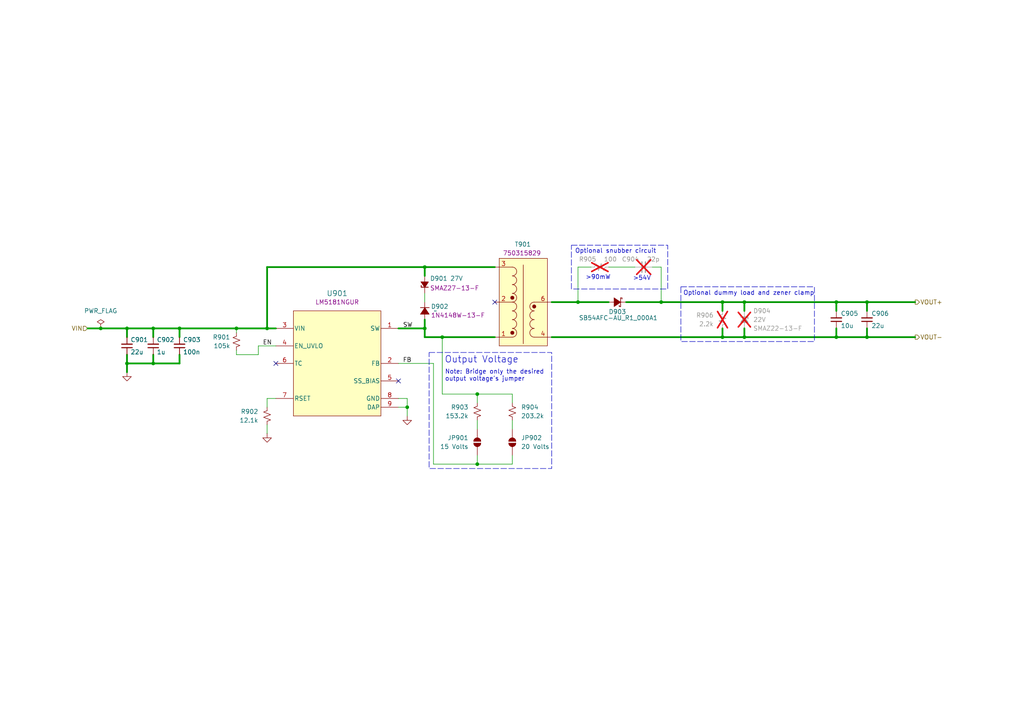
<source format=kicad_sch>
(kicad_sch (version 20250114) (generator "eeschema") (generator_version "9.0")
  (paper "A4")
  (lib_symbols
    (symbol "1N4148W-13-F:1N4148W-13-F" (pin_numbers (hide yes)) (pin_names (hide yes))
      (property "Reference" "D" (at 2.54 4.826 0))
      (property "MPN" "1N4148W-13-F" (at 2.794 2.794 0))
      (symbol "1N4148W-13-F_0_1"
        (polyline (pts (xy 1.27 0) (xy 3.81 0)))
        (polyline (pts (xy 1.5767 1.2444) (xy 1.5767 -1.2956) (xy 3.4817 -0.0256) (xy 1.5767 1.2444)) (fill (type outline)))
        (polyline (pts (xy 3.4817 -1.2956) (xy 3.4817 1.2444)) (stroke (width 0.2032)))
      )
      (symbol "1N4148W-13-F_1_1"
        (pin passive line (at 0 0 0) (length 1.27) (name "") (number "2"))
        (pin passive line (at 5.08 0 180) (length 1.27) (name "") (number "1"))
      )
    )
    (symbol "750315829:750315829"
      (property "Reference" "T" (at 7.112 5.842 0))
      (property "MPN" "750315829" (at 7.112 3.81 0))
      (symbol "750315829_0_1"
        (rectangle (start 0 2.54) (end 13.97 -22.86) (fill (type background)))
        (arc (start 3.81 0) (mid 5.08 -1.27) (end 3.81 -2.54))
        (arc (start 3.81 -2.54) (mid 5.08 -3.81) (end 3.81 -5.08))
        (arc (start 3.81 -5.08) (mid 5.08 -6.35) (end 3.81 -7.62))
        (arc (start 3.81 -7.62) (mid 5.08 -8.89) (end 3.81 -10.16))
        (arc (start 3.81 -10.16) (mid 5.08 -11.43) (end 3.81 -12.7))
        (arc (start 3.81 -12.7) (mid 5.08 -13.97) (end 3.81 -15.24))
        (arc (start 3.81 -15.24) (mid 5.08 -16.51) (end 3.81 -17.78))
        (arc (start 3.81 -17.78) (mid 5.08 -19.05) (end 3.81 -20.32))
        (polyline (pts (xy 6.985 1.905) (xy 6.985 -20.955)))
        (arc (start 10.16 -2.54) (mid 8.89 -1.27) (end 10.16 0))
        (arc (start 10.16 -5.08) (mid 8.89 -3.81) (end 10.16 -2.54))
        (arc (start 10.16 -7.62) (mid 8.89 -6.35) (end 10.16 -5.08))
        (arc (start 10.16 -10.16) (mid 8.89 -8.89) (end 10.16 -7.62))
      )
      (symbol "750315829_1_1"
        (circle (center 3.81 -1.27) (radius 0.4893) (fill (type outline)))
        (circle (center 3.81 -11.43) (radius 0.4893) (fill (type outline)))
        (circle (center 10.16 -8.89) (radius 0.4893) (fill (type outline)))
        (pin passive line (at -1.27 0 0) (length 5.08) (name "") (number "1"))
        (pin passive line (at -1.27 -10.16 0) (length 5.08) (name "") (number "2"))
        (pin passive line (at -1.27 -20.32 0) (length 5.08) (name "") (number "3"))
        (pin no_connect line (at 12.7 -20.32 180) (length 2.54) (hide yes) (name "") (number "5"))
        (pin passive line (at 15.24 0 180) (length 5.08) (name "") (number "4"))
        (pin passive line (at 15.24 -10.16 180) (length 5.08) (name "") (number "6"))
      )
    )
    (symbol "Device:C_Small" (pin_numbers (hide yes)) (pin_names (offset 0.254) (hide yes))
      (property "Reference" "C" (at 0.254 1.778 0))
      (property "Value" "C_Small" (at 0.254 -2.032 0))
      (symbol "C_Small_0_1"
        (polyline (pts (xy -1.524 0.508) (xy 1.524 0.508)) (stroke (width 0.3048)))
        (polyline (pts (xy -1.524 -0.508) (xy 1.524 -0.508)) (stroke (width 0.3302)))
      )
      (symbol "C_Small_1_1"
        (pin passive line (at 0 2.54 270) (length 2.032) (name "~") (number "1"))
        (pin passive line (at 0 -2.54 90) (length 2.032) (name "~") (number "2"))
      )
    )
    (symbol "Device:R_Small_US" (pin_numbers (hide yes)) (pin_names (offset 0.254) (hide yes))
      (property "Reference" "R" (at 0.762 0.508 0))
      (property "Value" "R_Small_US" (at 0.762 -1.016 0))
      (symbol "R_Small_US_1_1"
        (polyline (pts (xy 0 1.524) (xy 1.016 1.143) (xy 0 0.762) (xy -1.016 0.381) (xy 0 0)))
        (polyline (pts (xy 0 0) (xy 1.016 -0.381) (xy 0 -0.762) (xy -1.016 -1.143) (xy 0 -1.524)))
        (pin passive line (at 0 2.54 270) (length 1.016) (name "~") (number "1"))
        (pin passive line (at 0 -2.54 90) (length 1.016) (name "~") (number "2"))
      )
    )
    (symbol "Jumper:SolderJumper_2_Open" (pin_numbers (hide yes)) (pin_names (offset 0) (hide yes)) (exclude_from_sim yes) (in_bom no)
      (property "Reference" "JP" (at 0 2.032 0))
      (property "Value" "SolderJumper_2_Open" (at 0 -2.54 0))
      (symbol "SolderJumper_2_Open_0_1"
        (polyline (pts (xy -0.254 1.016) (xy -0.254 -1.016)))
        (arc (start -0.254 -1.016) (mid -1.2656 0) (end -0.254 1.016))
        (arc (start -0.254 -1.016) (mid -1.2656 0) (end -0.254 1.016) (fill (type outline)))
        (arc (start 0.254 1.016) (mid 1.2656 0) (end 0.254 -1.016))
        (arc (start 0.254 1.016) (mid 1.2656 0) (end 0.254 -1.016) (fill (type outline)))
        (polyline (pts (xy 0.254 1.016) (xy 0.254 -1.016)))
      )
      (symbol "SolderJumper_2_Open_1_1"
        (pin passive line (at -3.81 0 0) (length 2.54) (name "A") (number "1"))
        (pin passive line (at 3.81 0 180) (length 2.54) (name "B") (number "2"))
      )
    )
    (symbol "LM5181NGUR:LM5181NGUR" (pin_names (offset 0.254))
      (property "Reference" "U" (at 18.034 8.636 0))
      (property "MPN" "LM5181NGUR" (at 17.78 6.604 0))
      (symbol "LM5181NGUR_0_1"
        (rectangle (start 5.08 5.08) (end 30.48 -25.4) (fill (type background)))
        (pin power_in line (at 0 0 0) (length 5.08) (name "VIN") (number "3"))
        (pin passive line (at 0 -5.08 0) (length 5.08) (name "EN_UVLO") (number "4"))
        (pin passive line (at 0 -10.16 0) (length 5.08) (name "TC") (number "6"))
        (pin passive line (at 0 -20.32 0) (length 5.08) (name "RSET") (number "7"))
        (pin passive line (at 35.56 -15.24 180) (length 5.08) (name "SS_BIAS") (number "5"))
        (pin power_in line (at 35.56 -20.32 180) (length 5.08) (name "GND") (number "8"))
        (pin power_in line (at 35.56 -22.86 180) (length 5.08) (name "DAP") (number "9"))
      )
      (symbol "LM5181NGUR_1_1"
        (pin passive line (at 35.56 0 180) (length 5.08) (name "SW") (number "1"))
        (pin passive line (at 35.56 -10.16 180) (length 5.08) (name "FB") (number "2"))
      )
    )
    (symbol "SB54AFC-AU_R1_000A1:SB54AFC-AU_R1_000A1" (pin_numbers (hide yes)) (pin_names (offset 0.254) (hide yes))
      (property "Reference" "D" (at 2.54 3.302 0))
      (property "Value" "SB54AFC-AU_R1_000A1" (at 2.794 -3.048 0))
      (symbol "SB54AFC-AU_R1_000A1_0_1"
        (polyline (pts (xy 1.27 0) (xy 3.81 0)))
        (polyline (pts (xy 1.5767 1.2444) (xy 1.5767 -1.2956) (xy 3.4817 -0.0256) (xy 1.5767 1.2444)) (fill (type outline)))
        (polyline (pts (xy 3.4817 1.2444) (xy 3.8853 1.2448) (xy 3.8853 0.8977)) (stroke (width 0.2032)))
        (polyline (pts (xy 3.4817 -1.2956) (xy 3.4817 1.2444)) (stroke (width 0.2032)))
        (polyline (pts (xy 3.4817 -1.2956) (xy 3.0781 -1.296) (xy 3.0781 -0.9489)) (stroke (width 0.2032)))
      )
      (symbol "SB54AFC-AU_R1_000A1_1_1"
        (pin passive line (at 0 0 0) (length 1.27) (name "") (number "2"))
        (pin passive line (at 5.08 0 180) (length 1.27) (name "") (number "1"))
      )
      (symbol "SB54AFC-AU_R1_000A1_1_2"
        (polyline (pts (xy -1.905 3.81) (xy 1.905 3.81)) (stroke (width 0.2032)))
        (polyline (pts (xy 0 6.35) (xy -1.905 3.81)) (stroke (width 0.2032)))
        (polyline (pts (xy 0 6.35) (xy 0 7.62)) (stroke (width 0.2032)))
        (polyline (pts (xy 0 3.175) (xy 0 3.81)) (stroke (width 0.2032)))
        (polyline (pts (xy 0 2.54) (xy 0 3.4798)) (stroke (width 0.2032)))
        (polyline (pts (xy 1.905 6.35) (xy -1.905 6.35)) (stroke (width 0.2032)))
        (polyline (pts (xy 1.905 3.81) (xy 0 6.35)) (stroke (width 0.2032)))
        (pin unspecified line (at 0 10.16 270) (length 2.54) (name "") (number "1"))
        (pin unspecified line (at 0 0 90) (length 2.54) (name "") (number "2"))
      )
    )
    (symbol "SMAZ22-13-F:SMAZ22-13-F" (pin_numbers (hide yes)) (pin_names (hide yes))
      (property "Reference" "D" (at 0.762 4.572 0))
      (property "Value" "22V" (at 4.826 4.572 0))
      (property "MPN" "SMAZ22-13-F" (at 2.794 2.794 0))
      (symbol "SMAZ22-13-F_0_1"
        (polyline (pts (xy 2.286 1.016) (xy 1.778 1.016) (xy 1.778 -1.016)) (stroke (width 0.254)))
        (polyline (pts (xy 3.302 1.016) (xy 1.778 0) (xy 3.302 -1.016) (xy 3.302 1.016)) (stroke (width 0.254)) (fill (type outline)))
        (polyline (pts (xy 3.302 0) (xy 1.778 0)))
      )
      (symbol "SMAZ22-13-F_1_1"
        (pin passive line (at 0 0 0) (length 1.778) (name "K") (number "1"))
        (pin passive line (at 5.08 0 180) (length 1.778) (name "A") (number "2"))
      )
    )
    (symbol "SMAZ27-13-F:SMAZ27-13-F" (pin_numbers (hide yes)) (pin_names (hide yes))
      (property "Reference" "D" (at 0.508 4.826 0))
      (property "Value" "27V" (at 4.826 4.826 0))
      (property "MPN" "SMAZ27-13-F" (at 2.794 2.794 0))
      (symbol "SMAZ27-13-F_0_1"
        (polyline (pts (xy 2.286 1.016) (xy 1.778 1.016) (xy 1.778 -1.016)) (stroke (width 0.254)))
        (polyline (pts (xy 3.302 1.016) (xy 1.778 0) (xy 3.302 -1.016) (xy 3.302 1.016)) (stroke (width 0.254)) (fill (type outline)))
        (polyline (pts (xy 3.302 0) (xy 1.778 0)))
      )
      (symbol "SMAZ27-13-F_1_1"
        (pin passive line (at 0 0 0) (length 1.778) (name "K") (number "1"))
        (pin passive line (at 5.08 0 180) (length 1.778) (name "A") (number "2"))
      )
    )
    (symbol "power:GND" (power) (pin_numbers (hide yes)) (pin_names (offset 0) (hide yes))
      (property "Value" "GND" (at 0 -3.81 0))
      (symbol "GND_0_1"
        (polyline (pts (xy 0 0) (xy 0 -1.27) (xy 1.27 -1.27) (xy 0 -2.54) (xy -1.27 -1.27) (xy 0 -1.27)))
      )
      (symbol "GND_1_1"
        (pin power_in line (at 0 0 270) (length 0) (name "~") (number "1"))
      )
    )
    (symbol "power:PWR_FLAG" (power) (pin_numbers (hide yes)) (pin_names (offset 0) (hide yes))
      (property "Value" "PWR_FLAG" (at 0 3.81 0))
      (symbol "PWR_FLAG_0_0"
        (pin power_out line (at 0 0 90) (length 0) (name "~") (number "1"))
      )
      (symbol "PWR_FLAG_0_1"
        (polyline (pts (xy 0 0) (xy 0 1.27) (xy -1.016 1.905) (xy 0 2.54) (xy 1.016 1.905) (xy 0 1.27)))
      )
    )
  )
  (rectangle (start 197.485 83.185) (end 236.22 99.06) (stroke (width 0) (type dash)))
  (rectangle (start 124.46 102.235) (end 160.02 135.89) (stroke (width 0) (type dash)))
  (rectangle (start 165.735 71.12) (end 193.675 83.82) (stroke (width 0) (type dash)))
  (text "Note: Bridge only the desired \noutput voltage's jumper" (at 129.032 108.966 0) (effects (font (size 1.27 1.27)) (justify left)))
  (text "Optional snubber circuit" (at 178.562 72.898 0) (effects (font (size 1.27 1.27))))
  (text ">90mW" (at 173.482 80.518 0) (effects (font (size 1.27 1.27))))
  (text "Output Voltage" (at 139.7 104.394 0) (effects (font (size 1.905 1.905))))
  (text "Optional dummy load and zener clamp" (at 217.17 85.09 0) (effects (font (size 1.27 1.27))))
  (text ">54V" (at 186.182 80.772 0) (effects (font (size 1.27 1.27))))
  (junction (at 52.07 95.25))
  (junction (at 128.27 97.79))
  (junction (at 215.9 87.63))
  (junction (at 44.45 105.41))
  (junction (at 209.55 87.63))
  (junction (at 209.55 97.79))
  (junction (at 36.83 105.41))
  (junction (at 138.43 114.3))
  (junction (at 44.45 95.25))
  (junction (at 36.83 95.25))
  (junction (at 242.57 97.79))
  (junction (at 167.64 87.63))
  (junction (at 29.21 95.25))
  (junction (at 123.19 77.47))
  (junction (at 138.43 134.62))
  (junction (at 118.11 118.11))
  (junction (at 123.19 95.25))
  (junction (at 191.77 87.63))
  (junction (at 242.57 87.63))
  (junction (at 68.58 95.25))
  (junction (at 215.9 97.79))
  (junction (at 251.46 87.63))
  (junction (at 251.46 97.79))
  (junction (at 77.47 95.25))
  (no_connect (at 80.01 105.41))
  (no_connect (at 143.51 87.63))
  (no_connect (at 115.57 110.49))
  (wire (pts (xy 77.47 115.57) (xy 77.47 118.11)))
  (wire (pts (xy 74.93 100.33) (xy 80.01 100.33)))
  (wire (pts (xy 251.46 97.79) (xy 265.43 97.79)) (stroke (width 0.508)))
  (wire (pts (xy 115.57 115.57) (xy 118.11 115.57)))
  (wire (pts (xy 215.9 95.25) (xy 215.9 97.79)) (stroke (width 0.508)))
  (wire (pts (xy 52.07 105.41) (xy 44.45 105.41)) (stroke (width 0.508)))
  (wire (pts (xy 118.11 118.11) (xy 118.11 120.65)))
  (wire (pts (xy 242.57 95.25) (xy 242.57 97.79)) (stroke (width 0.508)))
  (wire (pts (xy 115.57 118.11) (xy 118.11 118.11)))
  (wire (pts (xy 52.07 102.87) (xy 52.07 105.41)) (stroke (width 0.508)))
  (wire (pts (xy 167.64 87.63) (xy 167.64 77.47)))
  (wire (pts (xy 68.58 95.25) (xy 68.58 96.52)))
  (wire (pts (xy 36.83 105.41) (xy 44.45 105.41)) (stroke (width 0.508)))
  (wire (pts (xy 148.59 132.08) (xy 148.59 134.62)))
  (wire (pts (xy 123.19 77.47) (xy 143.51 77.47)) (stroke (width 0.508)))
  (wire (pts (xy 123.19 97.79) (xy 128.27 97.79)) (stroke (width 0.508)))
  (wire (pts (xy 36.83 102.87) (xy 36.83 105.41)) (stroke (width 0.508)))
  (wire (pts (xy 44.45 95.25) (xy 44.45 97.79)) (stroke (width 0.508)))
  (wire (pts (xy 115.57 95.25) (xy 123.19 95.25)) (stroke (width 0.508)))
  (wire (pts (xy 123.19 97.79) (xy 123.19 95.25)) (stroke (width 0.508)))
  (wire (pts (xy 215.9 97.79) (xy 242.57 97.79)) (stroke (width 0.508)))
  (wire (pts (xy 77.47 115.57) (xy 80.01 115.57)))
  (wire (pts (xy 148.59 114.3) (xy 148.59 116.84)))
  (wire (pts (xy 74.93 102.87) (xy 68.58 102.87)))
  (wire (pts (xy 44.45 95.25) (xy 52.07 95.25)) (stroke (width 0.508)))
  (wire (pts (xy 251.46 97.79) (xy 251.46 95.25)) (stroke (width 0.508)))
  (wire (pts (xy 44.45 102.87) (xy 44.45 105.41)) (stroke (width 0.508)))
  (wire (pts (xy 209.55 87.63) (xy 209.55 90.17)) (stroke (width 0.508)))
  (wire (pts (xy 167.64 77.47) (xy 171.45 77.47)))
  (wire (pts (xy 125.73 134.62) (xy 138.43 134.62)))
  (wire (pts (xy 123.19 80.01) (xy 123.19 77.47)) (stroke (width 0.508)))
  (wire (pts (xy 215.9 87.63) (xy 242.57 87.63)) (stroke (width 0.508)))
  (wire (pts (xy 138.43 114.3) (xy 138.43 116.84)))
  (wire (pts (xy 176.53 77.47) (xy 184.15 77.47)))
  (wire (pts (xy 138.43 132.08) (xy 138.43 134.62)))
  (wire (pts (xy 191.77 87.63) (xy 209.55 87.63)) (stroke (width 0.508)))
  (wire (pts (xy 125.73 105.41) (xy 125.73 134.62)))
  (wire (pts (xy 209.55 97.79) (xy 215.9 97.79)) (stroke (width 0.508)))
  (wire (pts (xy 215.9 87.63) (xy 215.9 90.17)) (stroke (width 0.508)))
  (wire (pts (xy 36.83 105.41) (xy 36.83 107.95)) (stroke (width 0.508)))
  (wire (pts (xy 74.93 100.33) (xy 74.93 102.87)))
  (wire (pts (xy 181.61 87.63) (xy 191.77 87.63)) (stroke (width 0.508)))
  (wire (pts (xy 77.47 77.47) (xy 77.47 95.25)) (stroke (width 0.508)))
  (wire (pts (xy 68.58 102.87) (xy 68.58 101.6)))
  (wire (pts (xy 148.59 121.92) (xy 148.59 124.46)))
  (wire (pts (xy 138.43 121.92) (xy 138.43 124.46)))
  (wire (pts (xy 77.47 95.25) (xy 80.01 95.25)) (stroke (width 0.508)))
  (wire (pts (xy 251.46 87.63) (xy 265.43 87.63)) (stroke (width 0.508)))
  (wire (pts (xy 25.4 95.25) (xy 29.21 95.25)) (stroke (width 0.508)))
  (wire (pts (xy 209.55 95.25) (xy 209.55 97.79)) (stroke (width 0.508)))
  (wire (pts (xy 36.83 95.25) (xy 44.45 95.25)) (stroke (width 0.508)))
  (wire (pts (xy 209.55 87.63) (xy 215.9 87.63)) (stroke (width 0.508)))
  (wire (pts (xy 191.77 77.47) (xy 189.23 77.47)))
  (wire (pts (xy 138.43 114.3) (xy 148.59 114.3)))
  (wire (pts (xy 128.27 97.79) (xy 143.51 97.79)) (stroke (width 0.508)))
  (wire (pts (xy 123.19 92.71) (xy 123.19 95.25)) (stroke (width 0.508)))
  (wire (pts (xy 123.19 85.09) (xy 123.19 87.63)))
  (wire (pts (xy 138.43 114.3) (xy 128.27 114.3)))
  (wire (pts (xy 128.27 114.3) (xy 128.27 97.79)))
  (wire (pts (xy 118.11 115.57) (xy 118.11 118.11)))
  (wire (pts (xy 77.47 123.19) (xy 77.47 125.73)))
  (wire (pts (xy 52.07 95.25) (xy 52.07 97.79)) (stroke (width 0.508)))
  (wire (pts (xy 52.07 95.25) (xy 68.58 95.25)) (stroke (width 0.508)))
  (wire (pts (xy 242.57 87.63) (xy 251.46 87.63)) (stroke (width 0.508)))
  (wire (pts (xy 242.57 97.79) (xy 251.46 97.79)) (stroke (width 0.508)))
  (wire (pts (xy 160.02 97.79) (xy 209.55 97.79)) (stroke (width 0.508)))
  (wire (pts (xy 29.21 95.25) (xy 36.83 95.25)) (stroke (width 0.508)))
  (wire (pts (xy 167.64 87.63) (xy 176.53 87.63)) (stroke (width 0.508)))
  (wire (pts (xy 160.02 87.63) (xy 167.64 87.63)) (stroke (width 0.508)))
  (wire (pts (xy 36.83 95.25) (xy 36.83 97.79)) (stroke (width 0.508)))
  (wire (pts (xy 242.57 90.17) (xy 242.57 87.63)) (stroke (width 0.508)))
  (wire (pts (xy 68.58 95.25) (xy 77.47 95.25)) (stroke (width 0.508)))
  (wire (pts (xy 251.46 90.17) (xy 251.46 87.63)) (stroke (width 0.508)))
  (wire (pts (xy 125.73 105.41) (xy 115.57 105.41)))
  (wire (pts (xy 191.77 87.63) (xy 191.77 77.47)))
  (wire (pts (xy 123.19 77.47) (xy 77.47 77.47)) (stroke (width 0.508)))
  (wire (pts (xy 138.43 134.62) (xy 148.59 134.62)))
  (label "EN" (at 76.2 100.33 0))
  (label "SW" (at 116.84 95.25 0))
  (label "FB" (at 119.38 105.41 180))
  (hierarchical_label "VIN" (shape input) (at 25.4 95.25 180))
  (hierarchical_label "VOUT-" (shape output) (at 265.43 97.79 0))
  (hierarchical_label "VOUT+" (shape output) (at 265.43 87.63 0))
  (symbol (lib_id "Device:C_Small") (at 52.07 100.33 180) (unit 1)
    (property "Reference" "C903" (at 53.086 98.552 0) (effects (justify right)))
    (property "Value" "100n" (at 53.086 102.108 0) (effects (justify right)))
    (property "Footprint" "Capacitor_SMD:C_0603_1608Metric" (effects (hide yes)))
    (property "Description" "Unpolarized capacitor, small symbol" (effects (hide yes)))
  )
  (symbol (lib_id "LM5181NGUR:LM5181NGUR") (at 80.01 95.25 0) (unit 1)
    (property "Reference" "U901" (at 97.79 85.09 0) (effects (font (size 1.524 1.524))))
    (property "Footprint" "LM5181NGUR:NGU0008C-IPC_A" (effects (hide yes)))
    (property "Datasheet" "https://www.ti.com/lit/ds/symlink/lm5181.pdf" (effects (hide yes)))
    (property "MPN" "LM5181NGUR" (at 97.79 87.63 0))
  )
  (symbol (lib_id "750315829:750315829") (at 144.78 97.79 0) (mirror x) (unit 1)
    (property "Reference" "T901" (at 151.638 70.866 0))
    (property "Value" "150u" (effects (hide yes)))
    (property "Footprint" "750315829:750315829" (effects (hide yes)))
    (property "Datasheet" "https://www.we-online.com/components/products/datasheet/750315829.pdf" (effects (hide yes)))
    (property "Description" "XFMR FLYBACK DC/DC CONV 150UH SM" (effects (hide yes)))
    (property "MPN" "750315829" (at 151.384 73.406 0))
  )
  (symbol (lib_id "SB54AFC-AU_R1_000A1:SB54AFC-AU_R1_000A1") (at 176.53 87.63 0) (unit 1)
    (property "Reference" "D903" (at 179.07 90.424 0))
    (property "Value" "SB54AFC-AU_R1_000A1" (at 179.324 92.202 0))
    (property "Footprint" "DIODE_SB54AFC-AU_R1_000A1_PNJ" (effects (hide yes)))
    (property "Datasheet" "SB54AFC-AU_R1_000A1" (effects (hide yes)))
  )
  (symbol (lib_id "Device:R_Small_US") (at 77.47 120.65 0) (mirror y) (unit 1)
    (property "Reference" "R902" (at 74.93 119.3799 0) (effects (justify left)))
    (property "Value" "12.1k" (at 74.93 121.9199 0) (effects (justify left)))
    (property "Footprint" "Resistor_SMD:R_0603_1608Metric" (effects (hide yes)))
    (property "Description" "Resistor, small US symbol" (effects (hide yes)))
  )
  (symbol (lib_id "Device:R_Small_US") (at 138.43 119.38 0) (mirror y) (unit 1)
    (property "Reference" "R903" (at 135.89 118.1099 0) (effects (justify left)))
    (property "Value" "153.2k" (at 135.89 120.6499 0) (effects (justify left)))
    (property "Footprint" "Resistor_SMD:R_0603_1608Metric" (effects (hide yes)))
    (property "Description" "Resistor, small US symbol" (effects (hide yes)))
  )
  (symbol (lib_id "power:GND") (at 36.83 107.95 0) (unit 1)
    (property "Reference" "#PWR0901" (effects (hide yes)))
    (property "Value" "GND" (effects (hide yes)))
    (property "Description" "Power symbol creates a global label with name \"GND\" , ground" (effects (hide yes)))
  )
  (symbol (lib_id "Device:R_Small_US") (at 209.55 92.71 0) (mirror x) (unit 1) (dnp yes)
    (property "Reference" "R906" (at 207.01 91.4399 0) (effects (justify right)))
    (property "Value" "2.2k" (at 207.01 93.9799 0) (effects (justify right)))
    (property "Footprint" "Resistor_SMD:R_0603_1608Metric" (effects (hide yes)))
    (property "Description" "Resistor, small US symbol" (effects (hide yes)))
  )
  (symbol (lib_id "Device:C_Small") (at 242.57 92.71 180) (unit 1)
    (property "Reference" "C905" (at 243.84 90.932 0) (effects (justify right)))
    (property "Value" "10u" (at 243.84 94.488 0) (effects (justify right)))
    (property "Footprint" "Capacitor_SMD:C_0805_2012Metric" (effects (hide yes)))
    (property "Description" "Unpolarized capacitor, small symbol" (effects (hide yes)))
  )
  (symbol (lib_id "Device:R_Small_US") (at 173.99 77.47 90) (unit 1) (dnp yes)
    (property "Reference" "R905" (at 170.434 75.184 90))
    (property "Value" "100" (at 177.038 75.184 90))
    (property "Footprint" "Resistor_SMD:R_0603_1608Metric" (effects (hide yes)))
    (property "Description" "Resistor, small US symbol" (effects (hide yes)))
  )
  (symbol (lib_id "Device:C_Small") (at 44.45 100.33 180) (unit 1)
    (property "Reference" "C902" (at 45.466 98.552 0) (effects (justify right)))
    (property "Value" "1u" (at 45.466 102.108 0) (effects (justify right)))
    (property "Footprint" "Capacitor_SMD:C_0603_1608Metric" (effects (hide yes)))
    (property "Description" "Unpolarized capacitor, small symbol" (effects (hide yes)))
  )
  (symbol (lib_id "1N4148W-13-F:1N4148W-13-F") (at 123.19 92.71 90) (unit 1)
    (property "Reference" "D902" (at 124.968 88.9 90) (effects (justify right)))
    (property "Value" "~" (at 125.73 90.17 90) (effects (justify right)))
    (property "Footprint" "1N4148W-13-F:1N4148W-13-F" (effects (hide yes)))
    (property "Datasheet" "https://www.diodes.com/assets/Datasheets/BAV16W_1N4148W.pdf" (effects (hide yes)))
    (property "MPN" "1N4148W-13-F" (at 124.968 91.44 90) (effects (justify right)))
  )
  (symbol (lib_id "Device:R_Small_US") (at 148.59 119.38 0) (unit 1)
    (property "Reference" "R904" (at 151.13 118.1099 0) (effects (justify left)))
    (property "Value" "203.2k" (at 151.13 120.6499 0) (effects (justify left)))
    (property "Footprint" "Resistor_SMD:R_0603_1608Metric" (effects (hide yes)))
    (property "Description" "Resistor, small US symbol" (effects (hide yes)))
  )
  (symbol (lib_id "Device:R_Small_US") (at 68.58 99.06 0) (mirror y) (unit 1)
    (property "Reference" "R901" (at 66.802 97.79 0) (effects (justify left)))
    (property "Value" "105k" (at 66.802 100.33 0) (effects (justify left)))
    (property "Description" "Resistor, small US symbol" (effects (hide yes)))
  )
  (symbol (lib_id "power:GND") (at 118.11 120.65 0) (unit 1)
    (property "Reference" "#PWR0903" (effects (hide yes)))
    (property "Value" "GND" (effects (hide yes)))
    (property "Description" "Power symbol creates a global label with name \"GND\" , ground" (effects (hide yes)))
  )
  (symbol (lib_id "power:GND") (at 77.47 125.73 0) (unit 1)
    (property "Reference" "#PWR0902" (effects (hide yes)))
    (property "Value" "GND" (effects (hide yes)))
    (property "Description" "Power symbol creates a global label with name \"GND\" , ground" (effects (hide yes)))
  )
  (symbol (lib_id "SMAZ27-13-F:SMAZ27-13-F") (at 123.19 85.09 90) (unit 1)
    (property "Reference" "D901" (at 124.714 80.7719 90) (effects (justify right)))
    (property "Value" "27V" (at 130.556 80.772 90) (effects (justify right)))
    (property "Footprint" "SMAZ27-13-F:SMAZ27-13-F" (effects (hide yes)))
    (property "Datasheet" "https://www.diodes.com/assets/Datasheets/ds18015.pdf" (effects (hide yes)))
    (property "MPN" "SMAZ27-13-F" (at 124.714 83.566 90) (effects (justify right)))
  )
  (symbol (lib_id "Device:C_Small") (at 186.69 77.47 90) (unit 1) (dnp yes)
    (property "Reference" "C904" (at 182.88 75.184 90))
    (property "Value" "22p" (at 189.484 75.184 90))
    (property "Footprint" "Capacitor_SMD:C_0603_1608Metric" (effects (hide yes)))
    (property "Description" "Unpolarized capacitor, small symbol" (effects (hide yes)))
  )
  (symbol (lib_id "Jumper:SolderJumper_2_Open") (at 138.43 128.27 270) (mirror x) (unit 1) (exclude_from_sim yes) (in_bom no)
    (property "Reference" "JP901" (at 135.89 126.9999 90) (effects (justify right)))
    (property "Value" "15 Volts" (at 135.89 129.5399 90) (effects (justify right)))
    (property "Footprint" "Jumper:SolderJumper-2_P1.3mm_Open_RoundedPad1.0x1.5mm" (effects (hide yes)))
    (property "Description" "Solder Jumper, 2-pole, open" (effects (hide yes)))
  )
  (symbol (lib_id "power:PWR_FLAG") (at 29.21 95.25 0) (unit 1)
    (property "Reference" "#FLG0901" (effects (hide yes)))
    (property "Value" "PWR_FLAG" (at 29.21 90.17 0))
    (property "Description" "Special symbol for telling ERC where power comes from" (effects (hide yes)))
  )
  (symbol (lib_id "SMAZ22-13-F:SMAZ22-13-F") (at 215.9 90.17 270) (unit 1) (dnp yes)
    (property "Reference" "D904" (at 218.44 90.1699 90) (effects (justify left)))
    (property "Value" "22V" (at 218.44 92.7099 90) (effects (justify left)))
    (property "Footprint" "SMAZ22-13-F:SMAZ22-13-F" (effects (hide yes)))
    (property "Datasheet" "https://www.diodes.com/assets/Datasheets/ds18015.pdf" (effects (hide yes)))
    (property "MPN" "SMAZ22-13-F" (at 218.44 95.25 90) (effects (justify left)))
  )
  (symbol (lib_id "Device:C_Small") (at 251.46 92.71 180) (unit 1)
    (property "Reference" "C906" (at 252.73 90.932 0) (effects (justify right)))
    (property "Value" "22u" (at 252.73 94.488 0) (effects (justify right)))
    (property "Footprint" "Capacitor_SMD:C_1206_3216Metric" (effects (hide yes)))
    (property "Description" "Unpolarized capacitor, small symbol" (effects (hide yes)))
  )
  (symbol (lib_id "Device:C_Small") (at 36.83 100.33 180) (unit 1)
    (property "Reference" "C901" (at 37.846 98.552 0) (effects (justify right)))
    (property "Value" "22u" (at 37.846 102.108 0) (effects (justify right)))
    (property "Footprint" "Capacitor_SMD:C_1206_3216Metric" (effects (hide yes)))
    (property "Description" "Unpolarized capacitor, small symbol" (effects (hide yes)))
  )
  (symbol (lib_id "Jumper:SolderJumper_2_Open") (at 148.59 128.27 90) (unit 1) (exclude_from_sim yes) (in_bom no)
    (property "Reference" "JP902" (at 151.13 126.9999 90) (effects (justify right)))
    (property "Value" "20 Volts" (at 151.13 129.5399 90) (effects (justify right)))
    (property "Footprint" "Jumper:SolderJumper-2_P1.3mm_Open_RoundedPad1.0x1.5mm" (effects (hide yes)))
    (property "Description" "Solder Jumper, 2-pole, open" (effects (hide yes)))
  )
)
</source>
